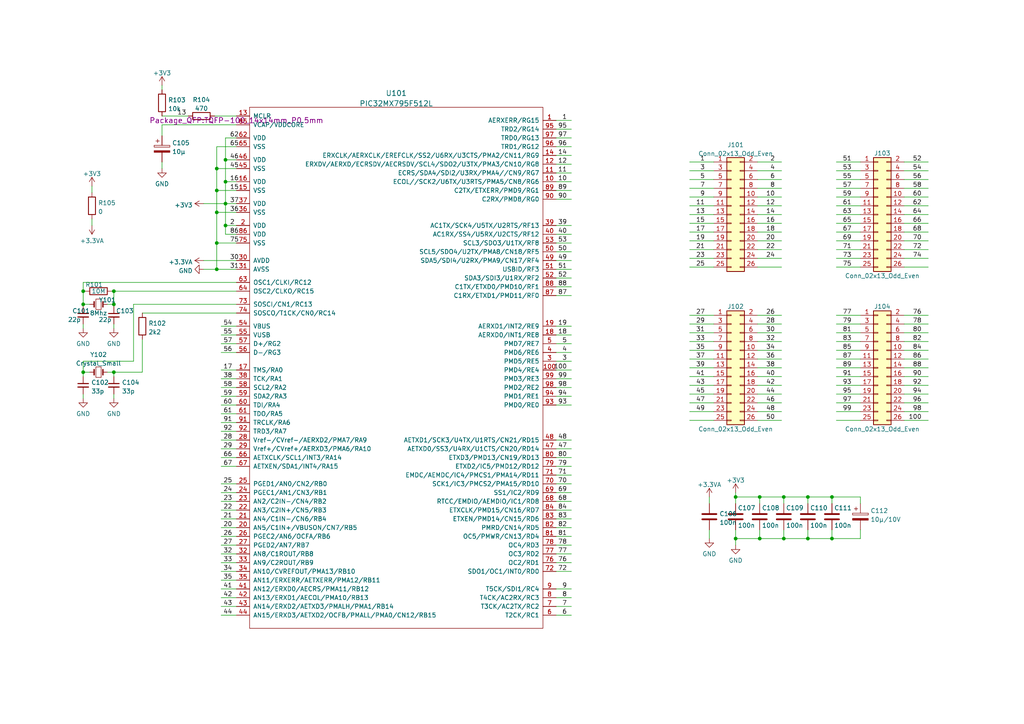
<source format=kicad_sch>
(kicad_sch (version 20211123) (generator eeschema)
  (paper "A4")
  (lib_symbols
    (symbol "CEN-SCHEMA:PIC32MX795F512L" (pin_names (offset 1.016))
      (property "Reference" "U" (at 6.35 6.35 0))
      (property "Value" "PIC32MX795F512L" (at 62.23 6.35 0))
      (symbol "PIC32MX795F512L_0_1"
        (rectangle (start 3.81 3.81) (end 88.9 -147.32))
      )
      (symbol "PIC32MX795F512L_1_1"
        (pin input line (at 92.71 0 180) (length 3.81) (name "AERXERR/RG15") (number "1"))
        (pin input line (at 92.71 -17.78 180) (length 3.81) (name "ECOL//SCK2/U6TX/U3RTS/PMA5/CN8/RG6") (number "10"))
        (pin input line (at 92.71 -72.39 180) (length 3.81) (name "PMD4/RE4") (number "100"))
        (pin input line (at 92.71 -15.24 180) (length 3.81) (name "ECRS/SDA4/SDI2/U3RX/PMA4//CN9/RG7") (number "11"))
        (pin input line (at 92.71 -12.7 180) (length 3.81) (name "ERXDV/AERXD/ECRSDV/AECRSDV/SCL4/SDO2/U3TX/PMA3/CN10/RG8") (number "12"))
        (pin input line (at 0 1.27 0) (length 3.81) (name "MCLR") (number "13"))
        (pin input line (at 92.71 -10.16 180) (length 3.81) (name "ERXCLK/AERXCLK/EREFCLK/SS2/U6RX/U3CTS/PMA2/CN11/RG9") (number "14"))
        (pin input line (at 0 -20.32 0) (length 3.81) (name "VSS") (number "15"))
        (pin input line (at 0 -17.78 0) (length 3.81) (name "VDD") (number "16"))
        (pin input line (at 0 -72.39 0) (length 3.81) (name "TMS/RA0") (number "17"))
        (pin input line (at 92.71 -62.23 180) (length 3.81) (name "AERXD0/INT1/RE8") (number "18"))
        (pin input line (at 92.71 -59.69 180) (length 3.81) (name "AERXD1/INT2/RE9") (number "19"))
        (pin input line (at 0 -30.48 0) (length 3.81) (name "VDD") (number "2"))
        (pin input line (at 0 -118.11 0) (length 3.81) (name "AN5/C1IN+/VBUSON/CN7/RB5") (number "20"))
        (pin input line (at 0 -115.57 0) (length 3.81) (name "AN4/C1IN-/CN6/RB4") (number "21"))
        (pin input line (at 0 -113.03 0) (length 3.81) (name "AN3/C2IN+/CN5/RB3") (number "22"))
        (pin input line (at 0 -110.49 0) (length 3.81) (name "AN2/C2IN-/CN4/RB2") (number "23"))
        (pin input line (at 0 -107.95 0) (length 3.81) (name "PGEC1/AN1/CN3/RB1") (number "24"))
        (pin input line (at 0 -105.41 0) (length 3.81) (name "PGED1/AN0/CN2/RB0") (number "25"))
        (pin input line (at 0 -120.65 0) (length 3.81) (name "PGEC2/AN6/OCFA/RB6") (number "26"))
        (pin input line (at 0 -123.19 0) (length 3.81) (name "PGED2/AN7/RB7") (number "27"))
        (pin input line (at 0 -92.71 0) (length 3.81) (name "Vref-/CVref-/AERXD2/PMA7/RA9") (number "28"))
        (pin input line (at 0 -95.25 0) (length 3.81) (name "Vref+/CVref+/AERXD3/PMA6/RA10") (number "29"))
        (pin input line (at 92.71 -69.85 180) (length 3.81) (name "PMD5/RE5") (number "3"))
        (pin input line (at 0 -40.64 0) (length 3.81) (name "AVDD") (number "30"))
        (pin input line (at 0 -43.18 0) (length 3.81) (name "AVSS") (number "31"))
        (pin input line (at 0 -125.73 0) (length 3.81) (name "AN8/C1ROUT/RB8") (number "32"))
        (pin input line (at 0 -128.27 0) (length 3.81) (name "AN9/C2ROUT/RB9") (number "33"))
        (pin input line (at 0 -130.81 0) (length 3.81) (name "AN10/CVREFOUT/PMA13/RB10") (number "34"))
        (pin input line (at 0 -133.35 0) (length 3.81) (name "AN11/ERXERR/AETXERR/PMA12/RB11") (number "35"))
        (pin input line (at 0 -26.67 0) (length 3.81) (name "VSS") (number "36"))
        (pin input line (at 0 -24.13 0) (length 3.81) (name "VDD") (number "37"))
        (pin input line (at 0 -74.93 0) (length 3.81) (name "TCK/RA1") (number "38"))
        (pin input line (at 92.71 -30.48 180) (length 3.81) (name "AC1TX/SCK4/U5TX/U2RTS/RF13") (number "39"))
        (pin input line (at 92.71 -67.31 180) (length 3.81) (name "PMD6/RE6") (number "4"))
        (pin input line (at 92.71 -33.02 180) (length 3.81) (name "AC1RX/SS4/U5RX/U2CTS/RF12") (number "40"))
        (pin input line (at 0 -135.89 0) (length 3.81) (name "AN12/ERXD0/AECRS/PMA11/RB12") (number "41"))
        (pin input line (at 0 -138.43 0) (length 3.81) (name "AN13/ERXD1/AECOL/PMA10/RB13") (number "42"))
        (pin input line (at 0 -140.97 0) (length 3.81) (name "AN14/ERXD2/AETXD3/PMALH/PMA1/RB14") (number "43"))
        (pin input line (at 0 -143.51 0) (length 3.81) (name "AN15/ERXD3/AETXD2/OCFB/PMALL/PMA0/CN12/RB15") (number "44"))
        (pin input line (at 0 -13.97 0) (length 3.81) (name "VSS") (number "45"))
        (pin input line (at 0 -11.43 0) (length 3.81) (name "VDD") (number "46"))
        (pin input line (at 92.71 -95.25 180) (length 3.81) (name "AETXD0/SS3/U4RX/U1CTS/CN20/RD14") (number "47"))
        (pin input line (at 92.71 -92.71 180) (length 3.81) (name "AETXD1/SCK3/U4TX/U1RTS/CN21/RD15") (number "48"))
        (pin input line (at 92.71 -40.64 180) (length 3.81) (name "SDA5/SDI4/U2RX/PMA9/CN17/RF4") (number "49"))
        (pin input line (at 92.71 -64.77 180) (length 3.81) (name "PMD7/RE7") (number "5"))
        (pin input line (at 92.71 -38.1 180) (length 3.81) (name "SCL5/SDO4/U2TX/PMA8/CN18/RF5") (number "50"))
        (pin input line (at 92.71 -43.18 180) (length 3.81) (name "USBID/RF3") (number "51"))
        (pin input line (at 92.71 -45.72 180) (length 3.81) (name "SDA3/SDI3/U1RX/RF2") (number "52"))
        (pin input line (at 92.71 -35.56 180) (length 3.81) (name "SCL3/SDO3/U1TX/RF8") (number "53"))
        (pin input line (at 0 -59.69 0) (length 3.81) (name "VBUS") (number "54"))
        (pin input line (at 0 -62.23 0) (length 3.81) (name "VUSB") (number "55"))
        (pin input line (at 0 -67.31 0) (length 3.81) (name "D-/RG3") (number "56"))
        (pin input line (at 0 -64.77 0) (length 3.81) (name "D+/RG2") (number "57"))
        (pin input line (at 0 -77.47 0) (length 3.81) (name "SCL2/RA2") (number "58"))
        (pin input line (at 0 -80.01 0) (length 3.81) (name "SDA2/RA3") (number "59"))
        (pin input line (at 92.71 -143.51 180) (length 3.81) (name "T2CK/RC1") (number "6"))
        (pin input line (at 0 -82.55 0) (length 3.81) (name "TDI/RA4") (number "60"))
        (pin input line (at 0 -85.09 0) (length 3.81) (name "TDO/RA5") (number "61"))
        (pin input line (at 0 -5.08 0) (length 3.81) (name "VDD") (number "62"))
        (pin input line (at 0 -46.99 0) (length 3.81) (name "OSC1/CLKI/RC12") (number "63"))
        (pin input line (at 0 -49.53 0) (length 3.81) (name "OSC2/CLKO/RC15") (number "64"))
        (pin input line (at 0 -7.62 0) (length 3.81) (name "VSS") (number "65"))
        (pin input line (at 0 -97.79 0) (length 3.81) (name "AETXCLK/SCL1/INT3/RA14") (number "66"))
        (pin input line (at 0 -100.33 0) (length 3.81) (name "AETXEN/SDA1/INT4/RA15") (number "67"))
        (pin input line (at 92.71 -110.49 180) (length 3.81) (name "RTCC/EMDIO/AEMDIO/IC1/RD8") (number "68"))
        (pin input line (at 92.71 -107.95 180) (length 3.81) (name "SS1/IC2/RD9") (number "69"))
        (pin input line (at 92.71 -140.97 180) (length 3.81) (name "T3CK/AC2TX/RC2") (number "7"))
        (pin input line (at 92.71 -105.41 180) (length 3.81) (name "SCK1/IC3/PMCS2/PMA15/RD10") (number "70"))
        (pin input line (at 92.71 -102.87 180) (length 3.81) (name "EMDC/AEMDC/IC4/PMCS1/PMA14/RD11") (number "71"))
        (pin input line (at 92.71 -130.81 180) (length 3.81) (name "SDO1/OC1/INT0/RD0") (number "72"))
        (pin input line (at 0 -53.34 0) (length 3.81) (name "SOSCI/CN1/RC13") (number "73"))
        (pin input line (at 0 -55.88 0) (length 3.81) (name "SOSCO/T1CK/CN0/RC14") (number "74"))
        (pin input line (at 0 -35.56 0) (length 3.81) (name "VSS") (number "75"))
        (pin input line (at 92.71 -128.27 180) (length 3.81) (name "OC2/RD1") (number "76"))
        (pin input line (at 92.71 -125.73 180) (length 3.81) (name "OC3/RD2") (number "77"))
        (pin input line (at 92.71 -123.19 180) (length 3.81) (name "OC4/RD3") (number "78"))
        (pin input line (at 92.71 -100.33 180) (length 3.81) (name "ETXD2/IC5/PMD12/RD12") (number "79"))
        (pin input line (at 92.71 -138.43 180) (length 3.81) (name "T4CK/AC2RX/RC3") (number "8"))
        (pin input line (at 92.71 -97.79 180) (length 3.81) (name "ETXD3/PMD13/CN19/RD13") (number "80"))
        (pin input line (at 92.71 -120.65 180) (length 3.81) (name "OC5/PMWR/CN13/RD4") (number "81"))
        (pin input line (at 92.71 -118.11 180) (length 3.81) (name "PMRD/CN14/RD5") (number "82"))
        (pin input line (at 92.71 -115.57 180) (length 3.81) (name "ETXEN/PMD14/CN15/RD6") (number "83"))
        (pin input line (at 92.71 -113.03 180) (length 3.81) (name "ETXCLK/PMD15/CN16/RD7") (number "84"))
        (pin input line (at 0 -1.27 0) (length 3.81) (name "VCAP/VDDCORE") (number "85"))
        (pin input line (at 0 -33.02 0) (length 3.81) (name "VDD") (number "86"))
        (pin input line (at 92.71 -50.8 180) (length 3.81) (name "C1RX/ETXD1/PMD11/RF0") (number "87"))
        (pin input line (at 92.71 -48.26 180) (length 3.81) (name "C1TX/ETXD0/PMD10/RF1") (number "88"))
        (pin input line (at 92.71 -20.32 180) (length 3.81) (name "C2TX/ETXERR/PMD9/RG1") (number "89"))
        (pin input line (at 92.71 -135.89 180) (length 3.81) (name "T5CK/SDI1/RC4") (number "9"))
        (pin input line (at 92.71 -22.86 180) (length 3.81) (name "C2RX/PMD8/RG0") (number "90"))
        (pin input line (at 0 -87.63 0) (length 3.81) (name "TRCLK/RA6") (number "91"))
        (pin input line (at 0 -90.17 0) (length 3.81) (name "TRD3/RA7") (number "92"))
        (pin input line (at 92.71 -82.55 180) (length 3.81) (name "PMD0/RE0") (number "93"))
        (pin input line (at 92.71 -80.01 180) (length 3.81) (name "PMD1/RE1") (number "94"))
        (pin input line (at 92.71 -2.54 180) (length 3.81) (name "TRD2/RG14") (number "95"))
        (pin input line (at 92.71 -7.62 180) (length 3.81) (name "TRD1/RG12") (number "96"))
        (pin input line (at 92.71 -5.08 180) (length 3.81) (name "TRD0/RG13") (number "97"))
        (pin input line (at 92.71 -77.47 180) (length 3.81) (name "PMD2/RE2") (number "98"))
        (pin input line (at 92.71 -74.93 180) (length 3.81) (name "PMD3/RE3") (number "99"))
      )
    )
    (symbol "Connector_Generic:Conn_02x13_Odd_Even" (pin_names (offset 1.016) hide)
      (property "Reference" "J" (at 1.27 17.78 0))
      (property "Value" "Conn_02x13_Odd_Even" (at 1.27 -17.78 0))
      (symbol "Conn_02x13_Odd_Even_1_1"
        (rectangle (start -1.27 -15.113) (end 0 -15.367) (stroke (width 0.1524)))
        (rectangle (start -1.27 -12.573) (end 0 -12.827) (stroke (width 0.1524)))
        (rectangle (start -1.27 -10.033) (end 0 -10.287) (stroke (width 0.1524)))
        (rectangle (start -1.27 -7.493) (end 0 -7.747) (stroke (width 0.1524)))
        (rectangle (start -1.27 -4.953) (end 0 -5.207) (stroke (width 0.1524)))
        (rectangle (start -1.27 -2.413) (end 0 -2.667) (stroke (width 0.1524)))
        (rectangle (start -1.27 0.127) (end 0 -0.127) (stroke (width 0.1524)))
        (rectangle (start -1.27 2.667) (end 0 2.413) (stroke (width 0.1524)))
        (rectangle (start -1.27 5.207) (end 0 4.953) (stroke (width 0.1524)))
        (rectangle (start -1.27 7.747) (end 0 7.493) (stroke (width 0.1524)))
        (rectangle (start -1.27 10.287) (end 0 10.033) (stroke (width 0.1524)))
        (rectangle (start -1.27 12.827) (end 0 12.573) (stroke (width 0.1524)))
        (rectangle (start -1.27 15.367) (end 0 15.113) (stroke (width 0.1524)))
        (rectangle (start -1.27 16.51) (end 3.81 -16.51) (stroke (width 0.254)) (fill (type background)))
        (rectangle (start 3.81 -15.113) (end 2.54 -15.367) (stroke (width 0.1524)))
        (rectangle (start 3.81 -12.573) (end 2.54 -12.827) (stroke (width 0.1524)))
        (rectangle (start 3.81 -10.033) (end 2.54 -10.287) (stroke (width 0.1524)))
        (rectangle (start 3.81 -7.493) (end 2.54 -7.747) (stroke (width 0.1524)))
        (rectangle (start 3.81 -4.953) (end 2.54 -5.207) (stroke (width 0.1524)))
        (rectangle (start 3.81 -2.413) (end 2.54 -2.667) (stroke (width 0.1524)))
        (rectangle (start 3.81 0.127) (end 2.54 -0.127) (stroke (width 0.1524)))
        (rectangle (start 3.81 2.667) (end 2.54 2.413) (stroke (width 0.1524)))
        (rectangle (start 3.81 5.207) (end 2.54 4.953) (stroke (width 0.1524)))
        (rectangle (start 3.81 7.747) (end 2.54 7.493) (stroke (width 0.1524)))
        (rectangle (start 3.81 10.287) (end 2.54 10.033) (stroke (width 0.1524)))
        (rectangle (start 3.81 12.827) (end 2.54 12.573) (stroke (width 0.1524)))
        (rectangle (start 3.81 15.367) (end 2.54 15.113) (stroke (width 0.1524)))
        (pin passive line (at -5.08 15.24 0) (length 3.81) (name "Pin_1") (number "1"))
        (pin passive line (at 7.62 5.08 180) (length 3.81) (name "Pin_10") (number "10"))
        (pin passive line (at -5.08 2.54 0) (length 3.81) (name "Pin_11") (number "11"))
        (pin passive line (at 7.62 2.54 180) (length 3.81) (name "Pin_12") (number "12"))
        (pin passive line (at -5.08 0 0) (length 3.81) (name "Pin_13") (number "13"))
        (pin passive line (at 7.62 0 180) (length 3.81) (name "Pin_14") (number "14"))
        (pin passive line (at -5.08 -2.54 0) (length 3.81) (name "Pin_15") (number "15"))
        (pin passive line (at 7.62 -2.54 180) (length 3.81) (name "Pin_16") (number "16"))
        (pin passive line (at -5.08 -5.08 0) (length 3.81) (name "Pin_17") (number "17"))
        (pin passive line (at 7.62 -5.08 180) (length 3.81) (name "Pin_18") (number "18"))
        (pin passive line (at -5.08 -7.62 0) (length 3.81) (name "Pin_19") (number "19"))
        (pin passive line (at 7.62 15.24 180) (length 3.81) (name "Pin_2") (number "2"))
        (pin passive line (at 7.62 -7.62 180) (length 3.81) (name "Pin_20") (number "20"))
        (pin passive line (at -5.08 -10.16 0) (length 3.81) (name "Pin_21") (number "21"))
        (pin passive line (at 7.62 -10.16 180) (length 3.81) (name "Pin_22") (number "22"))
        (pin passive line (at -5.08 -12.7 0) (length 3.81) (name "Pin_23") (number "23"))
        (pin passive line (at 7.62 -12.7 180) (length 3.81) (name "Pin_24") (number "24"))
        (pin passive line (at -5.08 -15.24 0) (length 3.81) (name "Pin_25") (number "25"))
        (pin passive line (at 7.62 -15.24 180) (length 3.81) (name "Pin_26") (number "26"))
        (pin passive line (at -5.08 12.7 0) (length 3.81) (name "Pin_3") (number "3"))
        (pin passive line (at 7.62 12.7 180) (length 3.81) (name "Pin_4") (number "4"))
        (pin passive line (at -5.08 10.16 0) (length 3.81) (name "Pin_5") (number "5"))
        (pin passive line (at 7.62 10.16 180) (length 3.81) (name "Pin_6") (number "6"))
        (pin passive line (at -5.08 7.62 0) (length 3.81) (name "Pin_7") (number "7"))
        (pin passive line (at 7.62 7.62 180) (length 3.81) (name "Pin_8") (number "8"))
        (pin passive line (at -5.08 5.08 0) (length 3.81) (name "Pin_9") (number "9"))
      )
    )
    (symbol "Device:C" (pin_numbers hide) (pin_names (offset 0.254))
      (property "Reference" "C" (at 0.635 2.54 0))
      (property "Value" "C" (at 0.635 -2.54 0))
      (symbol "C_0_1"
        (polyline (pts (xy -2.032 -0.762) (xy 2.032 -0.762)) (stroke (width 0.508)))
        (polyline (pts (xy -2.032 0.762) (xy 2.032 0.762)) (stroke (width 0.508)))
      )
      (symbol "C_1_1"
        (pin passive line (at 0 3.81 270) (length 2.794) (name "~") (number "1"))
        (pin passive line (at 0 -3.81 90) (length 2.794) (name "~") (number "2"))
      )
    )
    (symbol "Device:C_Polarized" (pin_numbers hide) (pin_names (offset 0.254))
      (property "Reference" "C" (at 0.635 2.54 0))
      (property "Value" "C_Polarized" (at 0.635 -2.54 0))
      (symbol "C_Polarized_0_1"
        (rectangle (start -2.286 0.508) (end 2.286 1.016))
        (polyline (pts (xy -1.778 2.286) (xy -0.762 2.286)))
        (polyline (pts (xy -1.27 2.794) (xy -1.27 1.778)))
        (rectangle (start 2.286 -0.508) (end -2.286 -1.016) (fill (type outline)))
      )
      (symbol "C_Polarized_1_1"
        (pin passive line (at 0 3.81 270) (length 2.794) (name "~") (number "1"))
        (pin passive line (at 0 -3.81 90) (length 2.794) (name "~") (number "2"))
      )
    )
    (symbol "Device:C_Small" (pin_numbers hide) (pin_names (offset 0.254) hide)
      (property "Reference" "C" (at 0.254 1.778 0))
      (property "Value" "C_Small" (at 0.254 -2.032 0))
      (symbol "C_Small_0_1"
        (polyline (pts (xy -1.524 -0.508) (xy 1.524 -0.508)) (stroke (width 0.3302)))
        (polyline (pts (xy -1.524 0.508) (xy 1.524 0.508)) (stroke (width 0.3048)))
      )
      (symbol "C_Small_1_1"
        (pin passive line (at 0 2.54 270) (length 2.032) (name "~") (number "1"))
        (pin passive line (at 0 -2.54 90) (length 2.032) (name "~") (number "2"))
      )
    )
    (symbol "Device:Crystal_Small" (pin_numbers hide) (pin_names (offset 1.016) hide)
      (property "Reference" "Y" (at 0 2.54 0))
      (property "Value" "Crystal_Small" (at 0 -2.54 0))
      (symbol "Crystal_Small_0_1"
        (rectangle (start -0.762 -1.524) (end 0.762 1.524))
        (polyline (pts (xy -1.27 -0.762) (xy -1.27 0.762)) (stroke (width 0.381)))
        (polyline (pts (xy 1.27 -0.762) (xy 1.27 0.762)) (stroke (width 0.381)))
      )
      (symbol "Crystal_Small_1_1"
        (pin passive line (at -2.54 0 0) (length 1.27) (name "1") (number "1"))
        (pin passive line (at 2.54 0 180) (length 1.27) (name "2") (number "2"))
      )
    )
    (symbol "Device:R" (pin_numbers hide) (pin_names (offset 0))
      (property "Reference" "R" (at 2.032 0 90))
      (property "Value" "R" (at 0 0 90))
      (symbol "R_0_1"
        (rectangle (start -1.016 -2.54) (end 1.016 2.54) (stroke (width 0.254)))
      )
      (symbol "R_1_1"
        (pin passive line (at 0 3.81 270) (length 1.27) (name "~") (number "1"))
        (pin passive line (at 0 -3.81 90) (length 1.27) (name "~") (number "2"))
      )
    )
    (symbol "power:+3.3V" (power) (pin_names (offset 0))
      (property "Value" "+3.3V" (at 0 3.556 0))
      (symbol "+3.3V_0_1"
        (polyline (pts (xy -0.762 1.27) (xy 0 2.54)))
        (polyline (pts (xy 0 0) (xy 0 2.54)))
        (polyline (pts (xy 0 2.54) (xy 0.762 1.27)))
      )
      (symbol "+3.3V_1_1"
        (pin power_in line (at 0 0 90) (length 0) hide (name "+3V3") (number "1"))
      )
    )
    (symbol "power:+3.3VA" (power) (pin_names (offset 0))
      (property "Value" "+3.3VA" (at 0 3.556 0))
      (symbol "+3.3VA_0_1"
        (polyline (pts (xy -0.762 1.27) (xy 0 2.54)))
        (polyline (pts (xy 0 0) (xy 0 2.54)))
        (polyline (pts (xy 0 2.54) (xy 0.762 1.27)))
      )
      (symbol "+3.3VA_1_1"
        (pin power_in line (at 0 0 90) (length 0) hide (name "+3.3VA") (number "1"))
      )
    )
    (symbol "power:GND" (power) (pin_names (offset 0))
      (property "Value" "GND" (at 0 -3.81 0))
      (symbol "GND_0_1"
        (polyline (pts (xy 0 0) (xy 0 -1.27) (xy 1.27 -1.27) (xy 0 -2.54) (xy -1.27 -1.27) (xy 0 -1.27)))
      )
      (symbol "GND_1_1"
        (pin power_in line (at 0 0 270) (length 0) hide (name "GND") (number "1"))
      )
    )
  )
  (junction (at 220.345 156.21))
  (junction (at 62.865 70.485))
  (junction (at 65.405 59.055))
  (junction (at 213.36 156.21))
  (junction (at 24.13 88.265))
  (junction (at 220.345 144.145))
  (junction (at 65.405 65.405))
  (junction (at 241.3 156.21))
  (junction (at 234.315 156.21))
  (junction (at 62.865 55.245))
  (junction (at 241.3 144.145))
  (junction (at 213.36 144.145))
  (junction (at 62.865 61.595))
  (junction (at 65.405 46.355))
  (junction (at 62.865 78.105))
  (junction (at 62.865 48.895))
  (junction (at 33.02 84.455))
  (junction (at 24.13 107.95))
  (junction (at 33.02 107.95))
  (junction (at 234.315 144.145))
  (junction (at 24.13 84.455))
  (junction (at 33.02 88.265))
  (junction (at 227.33 156.21))
  (junction (at 65.405 52.705))
  (junction (at 227.33 144.145))
  (wire (pts (xy 64.135 107.315) (xy 68.58 107.315)))
  (wire (pts (xy 242.57 57.15) (xy 249.555 57.15)))
  (wire (pts (xy 200.025 96.52) (xy 207.01 96.52)))
  (wire (pts (xy 24.13 88.265) (xy 24.13 88.9)))
  (wire (pts (xy 227.33 144.145) (xy 227.33 146.05)))
  (wire (pts (xy 165.735 73.025) (xy 161.29 73.025)))
  (wire (pts (xy 200.025 67.31) (xy 207.01 67.31)))
  (wire (pts (xy 241.3 144.145) (xy 241.3 146.05)))
  (wire (pts (xy 65.405 52.705) (xy 68.58 52.705)))
  (wire (pts (xy 165.735 47.625) (xy 161.29 47.625)))
  (wire (pts (xy 219.71 104.14) (xy 226.695 104.14)))
  (wire (pts (xy 161.29 153.035) (xy 165.735 153.035)))
  (wire (pts (xy 242.57 62.23) (xy 249.555 62.23)))
  (wire (pts (xy 200.025 49.53) (xy 207.01 49.53)))
  (wire (pts (xy 24.13 88.265) (xy 26.035 88.265)))
  (wire (pts (xy 241.3 153.67) (xy 241.3 156.21)))
  (wire (pts (xy 219.71 52.07) (xy 226.695 52.07)))
  (wire (pts (xy 242.57 96.52) (xy 249.555 96.52)))
  (wire (pts (xy 64.135 155.575) (xy 68.58 155.575)))
  (wire (pts (xy 219.71 106.68) (xy 226.695 106.68)))
  (wire (pts (xy 241.3 156.21) (xy 249.555 156.21)))
  (wire (pts (xy 165.735 37.465) (xy 161.29 37.465)))
  (wire (pts (xy 219.71 119.38) (xy 226.695 119.38)))
  (wire (pts (xy 205.74 153.67) (xy 205.74 156.21)))
  (wire (pts (xy 200.025 69.85) (xy 207.01 69.85)))
  (wire (pts (xy 219.71 109.22) (xy 226.695 109.22)))
  (wire (pts (xy 219.71 72.39) (xy 226.695 72.39)))
  (wire (pts (xy 200.025 119.38) (xy 207.01 119.38)))
  (wire (pts (xy 262.255 77.47) (xy 269.24 77.47)))
  (wire (pts (xy 161.29 127.635) (xy 165.735 127.635)))
  (wire (pts (xy 262.255 116.84) (xy 269.24 116.84)))
  (wire (pts (xy 33.02 107.95) (xy 33.02 109.22)))
  (wire (pts (xy 59.055 78.105) (xy 62.865 78.105)))
  (wire (pts (xy 220.345 156.21) (xy 227.33 156.21)))
  (wire (pts (xy 262.255 96.52) (xy 269.24 96.52)))
  (wire (pts (xy 219.71 77.47) (xy 226.695 77.47)))
  (wire (pts (xy 64.135 165.735) (xy 68.58 165.735)))
  (wire (pts (xy 68.58 158.115) (xy 64.135 158.115)))
  (wire (pts (xy 219.71 46.99) (xy 226.695 46.99)))
  (wire (pts (xy 262.255 114.3) (xy 269.24 114.3)))
  (wire (pts (xy 242.57 74.93) (xy 249.555 74.93)))
  (wire (pts (xy 200.025 54.61) (xy 207.01 54.61)))
  (wire (pts (xy 161.29 175.895) (xy 165.735 175.895)))
  (wire (pts (xy 68.58 102.235) (xy 64.135 102.235)))
  (wire (pts (xy 165.735 57.785) (xy 161.29 57.785)))
  (wire (pts (xy 68.58 178.435) (xy 64.135 178.435)))
  (wire (pts (xy 161.29 158.115) (xy 165.735 158.115)))
  (wire (pts (xy 64.135 112.395) (xy 68.58 112.395)))
  (wire (pts (xy 262.255 62.23) (xy 269.24 62.23)))
  (wire (pts (xy 46.99 36.195) (xy 46.99 39.37)))
  (wire (pts (xy 62.865 70.485) (xy 62.865 78.105)))
  (wire (pts (xy 161.29 137.795) (xy 165.735 137.795)))
  (wire (pts (xy 64.135 127.635) (xy 68.58 127.635)))
  (wire (pts (xy 68.58 81.915) (xy 24.13 81.915)))
  (wire (pts (xy 262.255 57.15) (xy 269.24 57.15)))
  (wire (pts (xy 219.71 59.69) (xy 226.695 59.69)))
  (wire (pts (xy 219.71 91.44) (xy 226.695 91.44)))
  (wire (pts (xy 262.255 49.53) (xy 269.24 49.53)))
  (wire (pts (xy 200.025 52.07) (xy 207.01 52.07)))
  (wire (pts (xy 64.135 130.175) (xy 68.58 130.175)))
  (wire (pts (xy 200.025 64.77) (xy 207.01 64.77)))
  (wire (pts (xy 33.02 84.455) (xy 68.58 84.455)))
  (wire (pts (xy 33.02 88.9) (xy 33.02 88.265)))
  (wire (pts (xy 68.58 40.005) (xy 65.405 40.005)))
  (wire (pts (xy 64.135 150.495) (xy 68.58 150.495)))
  (wire (pts (xy 161.29 114.935) (xy 165.735 114.935)))
  (wire (pts (xy 241.3 144.145) (xy 234.315 144.145)))
  (wire (pts (xy 62.865 48.895) (xy 68.58 48.895)))
  (wire (pts (xy 242.57 106.68) (xy 249.555 106.68)))
  (wire (pts (xy 68.58 88.265) (xy 38.735 88.265)))
  (wire (pts (xy 31.115 107.95) (xy 33.02 107.95)))
  (wire (pts (xy 65.405 59.055) (xy 65.405 65.405)))
  (wire (pts (xy 24.13 107.95) (xy 26.035 107.95)))
  (wire (pts (xy 249.555 144.145) (xy 241.3 144.145)))
  (wire (pts (xy 64.135 173.355) (xy 68.58 173.355)))
  (wire (pts (xy 161.29 150.495) (xy 165.735 150.495)))
  (wire (pts (xy 62.865 61.595) (xy 68.58 61.595)))
  (wire (pts (xy 64.135 175.895) (xy 68.58 175.895)))
  (wire (pts (xy 262.255 101.6) (xy 269.24 101.6)))
  (wire (pts (xy 219.71 74.93) (xy 226.695 74.93)))
  (wire (pts (xy 64.135 170.815) (xy 68.58 170.815)))
  (wire (pts (xy 219.71 67.31) (xy 226.695 67.31)))
  (wire (pts (xy 262.255 93.98) (xy 269.24 93.98)))
  (wire (pts (xy 242.57 54.61) (xy 249.555 54.61)))
  (wire (pts (xy 220.345 144.145) (xy 220.345 146.05)))
  (wire (pts (xy 219.71 62.23) (xy 226.695 62.23)))
  (wire (pts (xy 242.57 119.38) (xy 249.555 119.38)))
  (wire (pts (xy 242.57 67.31) (xy 249.555 67.31)))
  (wire (pts (xy 219.71 69.85) (xy 226.695 69.85)))
  (wire (pts (xy 242.57 91.44) (xy 249.555 91.44)))
  (wire (pts (xy 165.735 178.435) (xy 161.29 178.435)))
  (wire (pts (xy 64.135 142.875) (xy 68.58 142.875)))
  (wire (pts (xy 242.57 49.53) (xy 249.555 49.53)))
  (wire (pts (xy 68.58 114.935) (xy 64.135 114.935)))
  (wire (pts (xy 219.71 99.06) (xy 226.695 99.06)))
  (wire (pts (xy 262.255 67.31) (xy 269.24 67.31)))
  (wire (pts (xy 234.315 144.145) (xy 234.315 146.05)))
  (wire (pts (xy 242.57 52.07) (xy 249.555 52.07)))
  (wire (pts (xy 33.02 88.265) (xy 33.02 84.455)))
  (wire (pts (xy 32.385 84.455) (xy 33.02 84.455)))
  (wire (pts (xy 161.29 85.725) (xy 165.735 85.725)))
  (wire (pts (xy 62.865 61.595) (xy 62.865 70.485)))
  (wire (pts (xy 62.865 70.485) (xy 68.58 70.485)))
  (wire (pts (xy 165.735 155.575) (xy 161.29 155.575)))
  (wire (pts (xy 65.405 46.355) (xy 65.405 52.705)))
  (wire (pts (xy 161.29 170.815) (xy 165.735 170.815)))
  (wire (pts (xy 227.33 144.145) (xy 220.345 144.145)))
  (wire (pts (xy 68.58 42.545) (xy 62.865 42.545)))
  (wire (pts (xy 65.405 52.705) (xy 65.405 59.055)))
  (wire (pts (xy 165.735 135.255) (xy 161.29 135.255)))
  (wire (pts (xy 46.99 46.99) (xy 46.99 48.895)))
  (wire (pts (xy 242.57 99.06) (xy 249.555 99.06)))
  (wire (pts (xy 165.735 145.415) (xy 161.29 145.415)))
  (wire (pts (xy 161.29 55.245) (xy 165.735 55.245)))
  (wire (pts (xy 200.025 72.39) (xy 207.01 72.39)))
  (wire (pts (xy 62.865 78.105) (xy 68.58 78.105)))
  (wire (pts (xy 219.71 54.61) (xy 226.695 54.61)))
  (wire (pts (xy 64.135 109.855) (xy 68.58 109.855)))
  (wire (pts (xy 64.135 120.015) (xy 68.58 120.015)))
  (wire (pts (xy 219.71 116.84) (xy 226.695 116.84)))
  (wire (pts (xy 200.025 93.98) (xy 207.01 93.98)))
  (wire (pts (xy 161.29 80.645) (xy 165.735 80.645)))
  (wire (pts (xy 161.29 132.715) (xy 165.735 132.715)))
  (wire (pts (xy 242.57 111.76) (xy 249.555 111.76)))
  (wire (pts (xy 161.29 104.775) (xy 165.735 104.775)))
  (wire (pts (xy 219.71 111.76) (xy 226.695 111.76)))
  (wire (pts (xy 62.865 55.245) (xy 62.865 61.595)))
  (wire (pts (xy 219.71 96.52) (xy 226.695 96.52)))
  (wire (pts (xy 59.055 75.565) (xy 68.58 75.565)))
  (wire (pts (xy 64.135 97.155) (xy 68.58 97.155)))
  (wire (pts (xy 161.29 147.955) (xy 165.735 147.955)))
  (wire (pts (xy 213.36 153.67) (xy 213.36 156.21)))
  (wire (pts (xy 200.025 116.84) (xy 207.01 116.84)))
  (wire (pts (xy 165.735 165.735) (xy 161.29 165.735)))
  (wire (pts (xy 65.405 40.005) (xy 65.405 46.355)))
  (wire (pts (xy 31.115 88.265) (xy 33.02 88.265)))
  (wire (pts (xy 161.29 42.545) (xy 165.735 42.545)))
  (wire (pts (xy 161.29 160.655) (xy 165.735 160.655)))
  (wire (pts (xy 234.315 153.67) (xy 234.315 156.21)))
  (wire (pts (xy 262.255 104.14) (xy 269.24 104.14)))
  (wire (pts (xy 242.57 101.6) (xy 249.555 101.6)))
  (wire (pts (xy 227.33 156.21) (xy 234.315 156.21)))
  (wire (pts (xy 161.29 163.195) (xy 165.735 163.195)))
  (wire (pts (xy 219.71 64.77) (xy 226.695 64.77)))
  (wire (pts (xy 64.135 122.555) (xy 68.58 122.555)))
  (wire (pts (xy 205.74 144.145) (xy 205.74 146.05)))
  (wire (pts (xy 68.58 36.195) (xy 46.99 36.195)))
  (wire (pts (xy 200.025 57.15) (xy 207.01 57.15)))
  (wire (pts (xy 262.255 74.93) (xy 269.24 74.93)))
  (wire (pts (xy 59.055 59.055) (xy 65.405 59.055)))
  (wire (pts (xy 165.735 97.155) (xy 161.29 97.155)))
  (wire (pts (xy 68.58 147.955) (xy 64.135 147.955)))
  (wire (pts (xy 68.58 125.095) (xy 64.135 125.095)))
  (wire (pts (xy 200.025 46.99) (xy 207.01 46.99)))
  (wire (pts (xy 62.865 42.545) (xy 62.865 48.895)))
  (wire (pts (xy 234.315 156.21) (xy 241.3 156.21)))
  (wire (pts (xy 64.135 132.715) (xy 68.58 132.715)))
  (wire (pts (xy 219.71 114.3) (xy 226.695 114.3)))
  (wire (pts (xy 161.29 130.175) (xy 165.735 130.175)))
  (wire (pts (xy 262.255 54.61) (xy 269.24 54.61)))
  (wire (pts (xy 200.025 111.76) (xy 207.01 111.76)))
  (wire (pts (xy 262.255 91.44) (xy 269.24 91.44)))
  (wire (pts (xy 262.255 119.38) (xy 269.24 119.38)))
  (wire (pts (xy 24.13 114.3) (xy 24.13 115.57)))
  (wire (pts (xy 165.735 117.475) (xy 161.29 117.475)))
  (wire (pts (xy 220.345 153.67) (xy 220.345 156.21)))
  (wire (pts (xy 161.29 52.705) (xy 165.735 52.705)))
  (wire (pts (xy 161.29 142.875) (xy 165.735 142.875)))
  (wire (pts (xy 242.57 77.47) (xy 249.555 77.47)))
  (wire (pts (xy 249.555 156.21) (xy 249.555 153.67)))
  (wire (pts (xy 64.135 160.655) (xy 68.58 160.655)))
  (wire (pts (xy 161.29 99.695) (xy 165.735 99.695)))
  (wire (pts (xy 24.13 93.98) (xy 24.13 95.25)))
  (wire (pts (xy 161.29 40.005) (xy 165.735 40.005)))
  (wire (pts (xy 262.255 111.76) (xy 269.24 111.76)))
  (wire (pts (xy 219.71 93.98) (xy 226.695 93.98)))
  (wire (pts (xy 242.57 93.98) (xy 249.555 93.98)))
  (wire (pts (xy 161.29 45.085) (xy 165.735 45.085)))
  (wire (pts (xy 33.02 107.95) (xy 41.275 107.95)))
  (wire (pts (xy 64.135 94.615) (xy 68.58 94.615)))
  (wire (pts (xy 64.135 145.415) (xy 68.58 145.415)))
  (wire (pts (xy 219.71 57.15) (xy 226.695 57.15)))
  (wire (pts (xy 213.36 144.145) (xy 213.36 146.05)))
  (wire (pts (xy 227.33 153.67) (xy 227.33 156.21)))
  (wire (pts (xy 46.99 24.765) (xy 46.99 26.035)))
  (wire (pts (xy 161.29 109.855) (xy 165.735 109.855)))
  (wire (pts (xy 26.67 63.5) (xy 26.67 65.405)))
  (wire (pts (xy 234.315 144.145) (xy 227.33 144.145)))
  (wire (pts (xy 65.405 65.405) (xy 65.405 67.945)))
  (wire (pts (xy 242.57 64.77) (xy 249.555 64.77)))
  (wire (pts (xy 262.255 64.77) (xy 269.24 64.77)))
  (wire (pts (xy 38.735 88.265) (xy 38.735 104.775)))
  (wire (pts (xy 62.865 48.895) (xy 62.865 55.245)))
  (wire (pts (xy 200.025 59.69) (xy 207.01 59.69)))
  (wire (pts (xy 213.36 156.21) (xy 220.345 156.21)))
  (wire (pts (xy 219.71 49.53) (xy 226.695 49.53)))
  (wire (pts (xy 68.58 135.255) (xy 64.135 135.255)))
  (wire (pts (xy 242.57 46.99) (xy 249.555 46.99)))
  (wire (pts (xy 200.025 121.92) (xy 207.01 121.92)))
  (wire (pts (xy 262.255 99.06) (xy 269.24 99.06)))
  (wire (pts (xy 200.025 91.44) (xy 207.01 91.44)))
  (wire (pts (xy 161.29 112.395) (xy 165.735 112.395)))
  (wire (pts (xy 262.255 69.85) (xy 269.24 69.85)))
  (wire (pts (xy 200.025 99.06) (xy 207.01 99.06)))
  (wire (pts (xy 242.57 69.85) (xy 249.555 69.85)))
  (wire (pts (xy 220.345 144.145) (xy 213.36 144.145)))
  (wire (pts (xy 161.29 75.565) (xy 165.735 75.565)))
  (wire (pts (xy 64.135 140.335) (xy 68.58 140.335)))
  (wire (pts (xy 262.255 106.68) (xy 269.24 106.68)))
  (wire (pts (xy 161.29 173.355) (xy 165.735 173.355)))
  (wire (pts (xy 24.13 84.455) (xy 24.765 84.455)))
  (wire (pts (xy 219.71 101.6) (xy 226.695 101.6)))
  (wire (pts (xy 161.29 102.235) (xy 165.735 102.235)))
  (wire (pts (xy 242.57 59.69) (xy 249.555 59.69)))
  (wire (pts (xy 200.025 101.6) (xy 207.01 101.6)))
  (wire (pts (xy 200.025 109.22) (xy 207.01 109.22)))
  (wire (pts (xy 64.135 117.475) (xy 68.58 117.475)))
  (wire (pts (xy 161.29 70.485) (xy 165.735 70.485)))
  (wire (pts (xy 200.025 74.93) (xy 207.01 74.93)))
  (wire (pts (xy 46.99 33.655) (xy 54.61 33.655)))
  (wire (pts (xy 161.29 140.335) (xy 165.735 140.335)))
  (wire (pts (xy 200.025 106.68) (xy 207.01 106.68)))
  (wire (pts (xy 200.025 104.14) (xy 207.01 104.14)))
  (wire (pts (xy 33.02 93.98) (xy 33.02 95.25)))
  (wire (pts (xy 213.36 142.875) (xy 213.36 144.145)))
  (wire (pts (xy 242.57 121.92) (xy 249.555 121.92)))
  (wire (pts (xy 249.555 146.05) (xy 249.555 144.145)))
  (wire (pts (xy 262.255 59.69) (xy 269.24 59.69)))
  (wire (pts (xy 242.57 104.14) (xy 249.555 104.14)))
  (wire (pts (xy 65.405 67.945) (xy 68.58 67.945)))
  (wire (pts (xy 200.025 77.47) (xy 207.01 77.47)))
  (wire (pts (xy 62.23 33.655) (xy 68.58 33.655)))
  (wire (pts (xy 41.275 98.425) (xy 41.275 107.95)))
  (wire (pts (xy 161.29 67.945) (xy 165.735 67.945)))
  (wire (pts (xy 242.57 114.3) (xy 249.555 114.3)))
  (wire (pts (xy 242.57 72.39) (xy 249.555 72.39)))
  (wire (pts (xy 219.71 121.92) (xy 226.695 121.92)))
  (wire (pts (xy 24.13 104.775) (xy 24.13 107.95)))
  (wire (pts (xy 161.29 94.615) (xy 165.735 94.615)))
  (wire (pts (xy 24.13 107.95) (xy 24.13 109.22)))
  (wire (pts (xy 165.735 83.185) (xy 161.29 83.185)))
  (wire (pts (xy 262.255 109.22) (xy 269.24 109.22)))
  (wire (pts (xy 33.02 114.3) (xy 33.02 115.57)))
  (wire (pts (xy 24.13 81.915) (xy 24.13 84.455)))
  (wire (pts (xy 68.58 59.055) (xy 65.405 59.055)))
  (wire (pts (xy 41.275 90.805) (xy 68.58 90.805)))
  (wire (pts (xy 262.255 72.39) (xy 269.24 72.39)))
  (wire (pts (xy 242.57 116.84) (xy 249.555 116.84)))
  (wire (pts (xy 262.255 46.99) (xy 269.24 46.99)))
  (wire (pts (xy 242.57 109.22) (xy 249.555 109.22)))
  (wire (pts (xy 65.405 65.405) (xy 68.58 65.405)))
  (wire (pts (xy 26.67 53.975) (xy 26.67 55.88)))
  (wire (pts (xy 62.865 55.245) (xy 68.58 55.245)))
  (wire (pts (xy 161.29 78.105) (xy 165.735 78.105)))
  (wire (pts (xy 161.29 34.925) (xy 165.735 34.925)))
  (wire (pts (xy 200.025 62.23) (xy 207.01 62.23)))
  (wire (pts (xy 68.58 168.275) (xy 64.135 168.275)))
  (wire (pts (xy 24.13 84.455) (xy 24.13 88.265)))
  (wire (pts (xy 64.135 153.035) (xy 68.58 153.035)))
  (wire (pts (xy 65.405 46.355) (xy 68.58 46.355)))
  (wire (pts (xy 64.135 163.195) (xy 68.58 163.195)))
  (wire (pts (xy 64.135 99.695) (xy 68.58 99.695)))
  (wire (pts (xy 38.735 104.775) (xy 24.13 104.775)))
  (wire (pts (xy 262.255 52.07) (xy 269.24 52.07)))
  (wire (pts (xy 165.735 107.315) (xy 161.29 107.315)))
  (wire (pts (xy 200.025 114.3) (xy 207.01 114.3)))
  (wire (pts (xy 262.255 121.92) (xy 269.24 121.92)))
  (wire (pts (xy 161.29 65.405) (xy 165.735 65.405)))
  (wire (pts (xy 161.29 50.165) (xy 165.735 50.165)))
  (wire (pts (xy 213.36 156.21) (xy 213.36 158.115)))
  (label "50" (at 224.79 121.92 180))
  (label "45" (at 66.675 48.895 0))
  (label "56" (at 267.335 52.07 180))
  (label "80" (at 267.335 96.52 180))
  (label "66" (at 267.335 64.77 180))
  (label "36" (at 66.675 61.595 0))
  (label "25" (at 64.77 140.335 0))
  (label "87" (at 164.465 85.725 180))
  (label "59" (at 64.77 114.935 0))
  (label "97" (at 164.465 40.005 180))
  (label "39" (at 204.47 106.68 180))
  (label "23" (at 64.77 145.415 0))
  (label "83" (at 164.465 150.495 180))
  (label "95" (at 164.465 37.465 180))
  (label "77" (at 164.465 160.655 180))
  (label "6" (at 164.465 178.435 180))
  (label "93" (at 164.465 117.475 180))
  (label "11" (at 164.465 50.165 180))
  (label "85" (at 247.015 101.6 180))
  (label "28" (at 64.77 127.635 0))
  (label "40" (at 224.79 109.22 180))
  (label "49" (at 204.47 119.38 180))
  (label "13" (at 204.47 62.23 180))
  (label "27" (at 64.77 158.115 0))
  (label "70" (at 164.465 140.335 180))
  (label "77" (at 247.015 91.44 180))
  (label "69" (at 247.015 69.85 180))
  (label "17" (at 64.77 107.315 0))
  (label "48" (at 224.79 119.38 180))
  (label "88" (at 164.465 83.185 180))
  (label "3" (at 204.47 49.53 180))
  (label "41" (at 204.47 109.22 180))
  (label "19" (at 164.465 94.615 180))
  (label "63" (at 247.015 62.23 180))
  (label "71" (at 164.465 137.795 180))
  (label "10" (at 224.79 57.15 180))
  (label "29" (at 204.47 93.98 180))
  (label "55" (at 64.77 97.155 0))
  (label "44" (at 64.77 178.435 0))
  (label "32" (at 64.77 160.655 0))
  (label "8" (at 224.79 54.61 180))
  (label "65" (at 247.015 64.77 180))
  (label "75" (at 247.015 77.47 180))
  (label "71" (at 247.015 72.39 180))
  (label "23" (at 204.47 74.93 180))
  (label "6" (at 224.79 52.07 180))
  (label "87" (at 247.015 104.14 180))
  (label "1" (at 204.47 46.99 180))
  (label "47" (at 164.465 130.175 180))
  (label "7" (at 204.47 54.61 180))
  (label "92" (at 64.77 125.095 0))
  (label "94" (at 267.335 114.3 180))
  (label "61" (at 247.015 59.69 180))
  (label "69" (at 164.465 142.875 180))
  (label "96" (at 267.335 116.84 180))
  (label "36" (at 224.79 104.14 180))
  (label "62" (at 66.675 40.005 0))
  (label "84" (at 164.465 147.955 180))
  (label "99" (at 247.015 119.38 180))
  (label "9" (at 204.47 57.15 180))
  (label "70" (at 267.335 69.85 180))
  (label "5" (at 204.47 52.07 180))
  (label "60" (at 267.335 57.15 180))
  (label "14" (at 164.465 45.085 180))
  (label "100" (at 164.465 107.315 180))
  (label "35" (at 204.47 101.6 180))
  (label "26" (at 64.77 155.575 0))
  (label "28" (at 224.79 93.98 180))
  (label "88" (at 267.335 106.68 180))
  (label "31" (at 204.47 96.52 180))
  (label "60" (at 64.77 117.475 0))
  (label "7" (at 164.465 175.895 180))
  (label "9" (at 164.465 170.815 180))
  (label "14" (at 224.79 62.23 180))
  (label "52" (at 267.335 46.99 180))
  (label "1" (at 164.465 34.925 180))
  (label "42" (at 224.79 111.76 180))
  (label "24" (at 64.77 142.875 0))
  (label "22" (at 64.77 147.955 0))
  (label "100" (at 267.335 121.92 180))
  (label "93" (at 247.015 111.76 180))
  (label "43" (at 204.47 111.76 180))
  (label "51" (at 164.465 78.105 180))
  (label "54" (at 267.335 49.53 180))
  (label "72" (at 267.335 72.39 180))
  (label "98" (at 164.465 112.395 180))
  (label "2" (at 66.675 65.405 0))
  (label "25" (at 204.47 77.47 180))
  (label "30" (at 224.79 96.52 180))
  (label "65" (at 66.675 42.545 0))
  (label "67" (at 247.015 67.31 180))
  (label "31" (at 66.675 78.105 0))
  (label "82" (at 267.335 99.06 180))
  (label "67" (at 64.77 135.255 0))
  (label "55" (at 247.015 52.07 180))
  (label "33" (at 64.77 163.195 0))
  (label "75" (at 66.675 70.485 0))
  (label "90" (at 164.465 57.785 180))
  (label "37" (at 66.675 59.055 0))
  (label "89" (at 247.015 106.68 180))
  (label "99" (at 164.465 109.855 180))
  (label "78" (at 164.465 158.115 180))
  (label "37" (at 204.47 104.14 180))
  (label "92" (at 267.335 111.76 180))
  (label "38" (at 64.77 109.855 0))
  (label "53" (at 164.465 70.485 180))
  (label "97" (at 247.015 116.84 180))
  (label "13" (at 51.435 33.655 0))
  (label "72" (at 164.465 165.735 180))
  (label "94" (at 164.465 114.935 180))
  (label "20" (at 64.77 153.035 0))
  (label "11" (at 204.47 59.69 180))
  (label "61" (at 64.77 120.015 0))
  (label "30" (at 66.675 75.565 0))
  (label "82" (at 164.465 153.035 180))
  (label "51" (at 247.015 46.99 180))
  (label "27" (at 204.47 91.44 180))
  (label "68" (at 164.465 145.415 180))
  (label "48" (at 164.465 127.635 180))
  (label "52" (at 164.465 80.645 180))
  (label "2" (at 224.79 46.99 180))
  (label "90" (at 267.335 109.22 180))
  (label "89" (at 164.465 55.245 180))
  (label "79" (at 164.465 135.255 180))
  (label "58" (at 64.77 112.395 0))
  (label "35" (at 64.77 168.275 0))
  (label "12" (at 164.465 47.625 180))
  (label "79" (at 247.015 93.98 180))
  (label "33" (at 204.47 99.06 180))
  (label "80" (at 164.465 132.715 180))
  (label "29" (at 64.77 130.175 0))
  (label "16" (at 224.79 64.77 180))
  (label "34" (at 224.79 101.6 180))
  (label "45" (at 204.47 114.3 180))
  (label "21" (at 204.47 72.39 180))
  (label "41" (at 64.77 170.815 0))
  (label "44" (at 224.79 114.3 180))
  (label "5" (at 164.465 99.695 180))
  (label "78" (at 267.335 93.98 180))
  (label "81" (at 247.015 96.52 180))
  (label "18" (at 224.79 67.31 180))
  (label "49" (at 164.465 75.565 180))
  (label "84" (at 267.335 101.6 180))
  (label "46" (at 66.675 46.355 0))
  (label "43" (at 64.77 175.895 0))
  (label "83" (at 247.015 99.06 180))
  (label "20" (at 224.79 69.85 180))
  (label "26" (at 224.79 91.44 180))
  (label "54" (at 64.77 94.615 0))
  (label "34" (at 64.77 165.735 0))
  (label "81" (at 164.465 155.575 180))
  (label "8" (at 164.465 173.355 180))
  (label "15" (at 204.47 64.77 180))
  (label "46" (at 224.79 116.84 180))
  (label "62" (at 267.335 59.69 180))
  (label "95" (at 247.015 114.3 180))
  (label "3" (at 164.465 104.775 180))
  (label "86" (at 66.675 67.945 0))
  (label "76" (at 164.465 163.195 180))
  (label "22" (at 224.79 72.39 180))
  (label "53" (at 247.015 49.53 180))
  (label "10" (at 164.465 52.705 180))
  (label "91" (at 64.77 122.555 0))
  (label "57" (at 64.77 99.695 0))
  (label "91" (at 247.015 109.22 180))
  (label "66" (at 64.77 132.715 0))
  (label "40" (at 164.465 67.945 180))
  (label "74" (at 267.335 74.93 180))
  (label "15" (at 66.675 55.245 0))
  (label "21" (at 64.77 150.495 0))
  (label "19" (at 204.47 69.85 180))
  (label "64" (at 267.335 62.23 180))
  (label "16" (at 66.675 52.705 0))
  (label "86" (at 267.335 104.14 180))
  (label "96" (at 164.465 42.545 180))
  (label "32" (at 224.79 99.06 180))
  (label "42" (at 64.77 173.355 0))
  (label "47" (at 204.47 116.84 180))
  (label "56" (at 64.77 102.235 0))
  (label "76" (at 267.335 91.44 180))
  (label "59" (at 247.015 57.15 180))
  (label "12" (at 224.79 59.69 180))
  (label "38" (at 224.79 106.68 180))
  (label "68" (at 267.335 67.31 180))
  (label "18" (at 164.465 97.155 180))
  (label "98" (at 267.335 119.38 180))
  (label "17" (at 204.47 67.31 180))
  (label "58" (at 267.335 54.61 180))
  (label "57" (at 247.015 54.61 180))
  (label "4" (at 224.79 49.53 180))
  (label "50" (at 164.465 73.025 180))
  (label "39" (at 164.465 65.405 180))
  (label "4" (at 164.465 102.235 180))
  (label "24" (at 224.79 74.93 180))
  (label "73" (at 247.015 74.93 180))
  (symbol (lib_id "power:GND") (at 205.74 156.21 0) (unit 1)
    (property "Reference" "#PWR0111" (effects hide))
    (property "Value" "GND" (at 205.74 160.6534 0))
  )
  (symbol (lib_id "Device:R") (at 28.575 84.455 90) (unit 1)
    (property "Reference" "R101" (at 27.305 82.55 90))
    (property "Value" "10M" (at 28.575 84.455 90))
    (property "Footprint" "Resistor_SMD:R_0603_1608Metric" (effects hide))
  )
  (symbol (lib_id "Connector_Generic:Conn_02x13_Odd_Even") (at 254.635 106.68 0) (unit 1)
    (property "Reference" "J104" (at 255.905 88.9 0))
    (property "Value" "Conn_02x13_Odd_Even" (at 255.905 124.46 0))
    (property "Footprint" "Connector_PinSocket_1.27mm:PinSocket_2x13_P1.27mm_Vertical_SMD" (effects hide))
  )
  (symbol (lib_id "power:GND") (at 24.13 95.25 0) (unit 1)
    (property "Reference" "#PWR0101" (effects hide))
    (property "Value" "GND" (at 24.13 99.6934 0))
  )
  (symbol (lib_id "Device:R") (at 26.67 59.69 0) (unit 1)
    (property "Reference" "R105" (at 28.448 58.8553 0) (effects (justify left)))
    (property "Value" "0" (at 28.448 61.3922 0) (effects (justify left)))
    (property "Footprint" "Resistor_SMD:R_1206_3216Metric" (effects hide))
  )
  (symbol (lib_id "Device:C") (at 227.33 149.86 0) (unit 1)
    (property "Reference" "C109" (at 227.965 147.32 0) (effects (justify left)))
    (property "Value" "100n" (at 227.965 152.4 0) (effects (justify left)))
    (property "Footprint" "Capacitor_SMD:C_0603_1608Metric" (effects hide))
  )
  (symbol (lib_id "power:+3.3V") (at 46.99 24.765 0) (unit 1)
    (property "Reference" "#PWR0105" (effects hide))
    (property "Value" "+3.3V" (at 46.99 21.1892 0))
  )
  (symbol (lib_id "power:+3.3V") (at 26.67 53.975 0) (unit 1)
    (property "Reference" "#PWR0114" (effects hide))
    (property "Value" "+3.3V" (at 26.67 50.3992 0))
  )
  (symbol (lib_id "Device:R") (at 41.275 94.615 0) (unit 1)
    (property "Reference" "R102" (at 43.053 93.7803 0) (effects (justify left)))
    (property "Value" "2k2" (at 43.053 96.3172 0) (effects (justify left)))
    (property "Footprint" "Resistor_SMD:R_0603_1608Metric" (effects hide))
  )
  (symbol (lib_id "Device:C") (at 234.315 149.86 0) (unit 1)
    (property "Reference" "C110" (at 234.95 147.32 0) (effects (justify left)))
    (property "Value" "100n" (at 234.95 152.4 0) (effects (justify left)))
    (property "Footprint" "Capacitor_SMD:C_0603_1608Metric" (effects hide))
  )
  (symbol (lib_id "power:GND") (at 24.13 115.57 0) (unit 1)
    (property "Reference" "#PWR0102" (effects hide))
    (property "Value" "GND" (at 24.13 120.0134 0))
  )
  (symbol (lib_id "Device:C_Polarized") (at 46.99 43.18 0) (unit 1)
    (property "Reference" "C105" (at 49.911 41.4563 0) (effects (justify left)))
    (property "Value" "10µ" (at 49.911 43.9932 0) (effects (justify left)))
    (property "Footprint" "Capacitor_Tantalum_SMD:CP_EIA-1608-08_AVX-J" (effects hide))
  )
  (symbol (lib_id "power:+3.3VA") (at 205.74 144.145 0) (unit 1)
    (property "Reference" "#PWR0110" (effects hide))
    (property "Value" "+3.3VA" (at 205.74 140.5692 0))
  )
  (symbol (lib_id "power:+3.3VA") (at 59.055 75.565 90) (unit 1)
    (property "Reference" "#PWR0108" (effects hide))
    (property "Value" "+3.3VA" (at 55.8801 75.9988 90) (effects (justify left)))
  )
  (symbol (lib_id "Device:C_Small") (at 33.02 111.76 0) (unit 1)
    (property "Reference" "C104" (at 35.3441 110.9316 0) (effects (justify left)))
    (property "Value" "33p" (at 35.3441 113.4685 0) (effects (justify left)))
    (property "Footprint" "Capacitor_SMD:C_0603_1608Metric" (effects hide))
  )
  (symbol (lib_id "Device:C") (at 220.345 149.86 0) (unit 1)
    (property "Reference" "C108" (at 220.98 147.32 0) (effects (justify left)))
    (property "Value" "100n" (at 220.98 152.4 0) (effects (justify left)))
    (property "Footprint" "Capacitor_SMD:C_0603_1608Metric" (effects hide))
  )
  (symbol (lib_id "Device:Crystal_Small") (at 28.575 107.95 0) (unit 1)
    (property "Reference" "Y102" (at 28.575 102.8532 0))
    (property "Value" "Crystal_Small" (at 28.575 105.3901 0))
    (property "Footprint" "Crystal:Crystal_SMD_SeikoEpson_MC306-4Pin_8.0x3.2mm" (effects hide))
  )
  (symbol (lib_id "CEN-SCHEMA:PIC32MX795F512L") (at 68.58 34.925 0) (unit 1)
    (property "Reference" "U101" (at 114.935 27.0309 0) (effects (font (size 1.524 1.524))))
    (property "Value" "PIC32MX795F512L" (at 114.935 30.0243 0) (effects (font (size 1.524 1.524))))
    (property "Footprint" "Package_QFP:TQFP-100_14x14mm_P0.5mm" (at 68.58 34.925 0) (effects (font (size 1.524 1.524))))
  )
  (symbol (lib_id "Device:C") (at 213.36 149.86 0) (unit 1)
    (property "Reference" "C107" (at 213.995 147.32 0) (effects (justify left)))
    (property "Value" "100n" (at 213.995 152.4 0) (effects (justify left)))
    (property "Footprint" "Capacitor_SMD:C_0603_1608Metric" (effects hide))
  )
  (symbol (lib_id "power:GND") (at 33.02 95.25 0) (unit 1)
    (property "Reference" "#PWR0103" (effects hide))
    (property "Value" "GND" (at 33.02 99.6934 0))
  )
  (symbol (lib_id "Device:C") (at 241.3 149.86 0) (unit 1)
    (property "Reference" "C111" (at 241.935 147.32 0) (effects (justify left)))
    (property "Value" "100n" (at 241.935 152.4 0) (effects (justify left)))
    (property "Footprint" "Capacitor_SMD:C_0603_1608Metric" (effects hide))
  )
  (symbol (lib_id "Connector_Generic:Conn_02x13_Odd_Even") (at 212.09 106.68 0) (unit 1)
    (property "Reference" "J102" (at 213.36 88.9 0))
    (property "Value" "Conn_02x13_Odd_Even" (at 213.36 124.46 0))
    (property "Footprint" "Connector_PinSocket_1.27mm:PinSocket_2x13_P1.27mm_Vertical_SMD" (effects hide))
  )
  (symbol (lib_id "power:+3.3VA") (at 26.67 65.405 180) (unit 1)
    (property "Reference" "#PWR0115" (effects hide))
    (property "Value" "+3.3VA" (at 26.67 69.8484 0))
  )
  (symbol (lib_id "Device:Crystal_Small") (at 28.575 88.265 0) (unit 1)
    (property "Reference" "Y101" (at 31.115 86.995 0))
    (property "Value" "8Mhz" (at 28.575 90.805 0))
    (property "Footprint" "Crystal:Crystal_SMD_HC49-SD" (effects hide))
  )
  (symbol (lib_id "Device:C_Small") (at 24.13 111.76 0) (unit 1)
    (property "Reference" "C102" (at 26.4541 110.9316 0) (effects (justify left)))
    (property "Value" "33p" (at 26.4541 113.4685 0) (effects (justify left)))
    (property "Footprint" "Capacitor_SMD:C_0603_1608Metric" (effects hide))
  )
  (symbol (lib_id "power:GND") (at 59.055 78.105 270) (unit 1)
    (property "Reference" "#PWR0109" (effects hide))
    (property "Value" "GND" (at 55.8801 78.5388 90) (effects (justify right)))
  )
  (symbol (lib_id "power:+3.3V") (at 213.36 142.875 0) (unit 1)
    (property "Reference" "#PWR0112" (effects hide))
    (property "Value" "+3.3V" (at 213.36 139.2992 0))
  )
  (symbol (lib_id "Device:R") (at 58.42 33.655 90) (unit 1)
    (property "Reference" "R104" (at 58.42 28.9392 90))
    (property "Value" "470" (at 58.42 31.4761 90))
    (property "Footprint" "Resistor_SMD:R_0603_1608Metric" (effects hide))
  )
  (symbol (lib_id "power:GND") (at 46.99 48.895 0) (unit 1)
    (property "Reference" "#PWR0106" (effects hide))
    (property "Value" "GND" (at 46.99 53.3384 0))
  )
  (symbol (lib_id "Device:C") (at 205.74 149.86 0) (unit 1)
    (property "Reference" "C106" (at 208.661 149.0253 0) (effects (justify left)))
    (property "Value" "100n" (at 208.661 151.5622 0) (effects (justify left)))
    (property "Footprint" "Capacitor_SMD:C_0603_1608Metric" (effects hide))
  )
  (symbol (lib_id "power:GND") (at 213.36 158.115 0) (unit 1)
    (property "Reference" "#PWR0113" (effects hide))
    (property "Value" "GND" (at 213.36 162.5584 0))
  )
  (symbol (lib_id "Device:C_Small") (at 33.02 91.44 0) (unit 1)
    (property "Reference" "C103" (at 33.655 90.17 0) (effects (justify left)))
    (property "Value" "22p" (at 28.575 92.71 0) (effects (justify left)))
    (property "Footprint" "Capacitor_SMD:C_0603_1608Metric" (effects hide))
  )
  (symbol (lib_id "Device:R") (at 46.99 29.845 0) (unit 1)
    (property "Reference" "R103" (at 48.768 29.0103 0) (effects (justify left)))
    (property "Value" "10k" (at 48.768 31.5472 0) (effects (justify left)))
    (property "Footprint" "Resistor_SMD:R_0603_1608Metric" (effects hide))
  )
  (symbol (lib_id "Device:C_Small") (at 24.13 91.44 0) (unit 1)
    (property "Reference" "C101" (at 20.955 90.17 0) (effects (justify left)))
    (property "Value" "22p" (at 19.685 92.71 0) (effects (justify left)))
    (property "Footprint" "Capacitor_SMD:C_0603_1608Metric" (effects hide))
  )
  (symbol (lib_id "Device:C_Polarized") (at 249.555 149.86 0) (unit 1)
    (property "Reference" "C112" (at 252.476 148.1363 0) (effects (justify left)))
    (property "Value" "10µ/10V" (at 252.476 150.6732 0) (effects (justify left)))
    (property "Footprint" "Capacitor_Tantalum_SMD:CP_EIA-1608-08_AVX-J" (effects hide))
  )
  (symbol (lib_id "Connector_Generic:Conn_02x13_Odd_Even") (at 212.09 62.23 0) (unit 1)
    (property "Reference" "J101" (at 213.36 42.0202 0))
    (property "Value" "Conn_02x13_Odd_Even" (at 213.36 44.5571 0))
    (property "Footprint" "Connector_PinSocket_1.27mm:PinSocket_2x13_P1.27mm_Vertical_SMD" (effects hide))
  )
  (symbol (lib_id "power:GND") (at 33.02 115.57 0) (unit 1)
    (property "Reference" "#PWR0104" (effects hide))
    (property "Value" "GND" (at 33.02 120.0134 0))
  )
  (symbol (lib_id "power:+3.3V") (at 59.055 59.055 90) (unit 1)
    (property "Reference" "#PWR0107" (effects hide))
    (property "Value" "+3.3V" (at 55.88 59.4888 90) (effects (justify left)))
  )
  (symbol (lib_id "Connector_Generic:Conn_02x13_Odd_Even") (at 254.635 62.23 0) (unit 1)
    (property "Reference" "J103" (at 255.905 44.45 0))
    (property "Value" "Conn_02x13_Odd_Even" (at 255.905 80.01 0))
    (property "Footprint" "Connector_PinSocket_1.27mm:PinSocket_2x13_P1.27mm_Vertical_SMD" (effects hide))
  )
)
</source>
